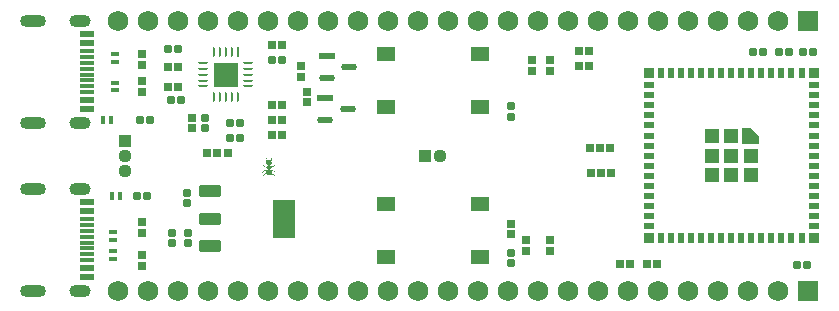
<source format=gts>
G04*
G04 #@! TF.GenerationSoftware,Altium Limited,Altium Designer,24.5.2 (23)*
G04*
G04 Layer_Color=8388736*
%FSLAX25Y25*%
%MOIN*%
G70*
G04*
G04 #@! TF.SameCoordinates,4C7D719B-D633-4967-9843-4E76C81F2032*
G04*
G04*
G04 #@! TF.FilePolarity,Negative*
G04*
G01*
G75*
%ADD25R,0.06102X0.05118*%
%ADD29R,0.04528X0.02362*%
G04:AMPARAMS|DCode=31|XSize=33.06mil|YSize=9.55mil|CornerRadius=4.77mil|HoleSize=0mil|Usage=FLASHONLY|Rotation=270.000|XOffset=0mil|YOffset=0mil|HoleType=Round|Shape=RoundedRectangle|*
%AMROUNDEDRECTD31*
21,1,0.03306,0.00000,0,0,270.0*
21,1,0.02351,0.00955,0,0,270.0*
1,1,0.00955,0.00000,-0.01176*
1,1,0.00955,0.00000,0.01176*
1,1,0.00955,0.00000,0.01176*
1,1,0.00955,0.00000,-0.01176*
%
%ADD31ROUNDEDRECTD31*%
G04:AMPARAMS|DCode=34|XSize=9.55mil|YSize=33.06mil|CornerRadius=4.77mil|HoleSize=0mil|Usage=FLASHONLY|Rotation=270.000|XOffset=0mil|YOffset=0mil|HoleType=Round|Shape=RoundedRectangle|*
%AMROUNDEDRECTD34*
21,1,0.00955,0.02351,0,0,270.0*
21,1,0.00000,0.03306,0,0,270.0*
1,1,0.00955,-0.01176,0.00000*
1,1,0.00955,-0.01176,0.00000*
1,1,0.00955,0.01176,0.00000*
1,1,0.00955,0.01176,0.00000*
%
%ADD34ROUNDEDRECTD34*%
%ADD35R,0.04528X0.01181*%
%ADD36R,0.00955X0.03306*%
%ADD37R,0.05343X0.02253*%
G04:AMPARAMS|DCode=38|XSize=53.43mil|YSize=22.53mil|CornerRadius=11.26mil|HoleSize=0mil|Usage=FLASHONLY|Rotation=0.000|XOffset=0mil|YOffset=0mil|HoleType=Round|Shape=RoundedRectangle|*
%AMROUNDEDRECTD38*
21,1,0.05343,0.00000,0,0,0.0*
21,1,0.03091,0.02253,0,0,0.0*
1,1,0.02253,0.01545,0.00000*
1,1,0.02253,-0.01545,0.00000*
1,1,0.02253,-0.01545,0.00000*
1,1,0.02253,0.01545,0.00000*
%
%ADD38ROUNDEDRECTD38*%
G04:AMPARAMS|DCode=39|XSize=27.62mil|YSize=25.26mil|CornerRadius=7.63mil|HoleSize=0mil|Usage=FLASHONLY|Rotation=270.000|XOffset=0mil|YOffset=0mil|HoleType=Round|Shape=RoundedRectangle|*
%AMROUNDEDRECTD39*
21,1,0.02762,0.00999,0,0,270.0*
21,1,0.01235,0.02526,0,0,270.0*
1,1,0.01527,-0.00500,-0.00618*
1,1,0.01527,-0.00500,0.00618*
1,1,0.01527,0.00500,0.00618*
1,1,0.01527,0.00500,-0.00618*
%
%ADD39ROUNDEDRECTD39*%
%ADD40R,0.02526X0.02762*%
%ADD41R,0.03550X0.03550*%
%ADD42R,0.01975X0.03550*%
%ADD43R,0.03550X0.01975*%
%ADD44R,0.05124X0.05124*%
G04:AMPARAMS|DCode=45|XSize=27.62mil|YSize=25.26mil|CornerRadius=7.63mil|HoleSize=0mil|Usage=FLASHONLY|Rotation=180.000|XOffset=0mil|YOffset=0mil|HoleType=Round|Shape=RoundedRectangle|*
%AMROUNDEDRECTD45*
21,1,0.02762,0.00999,0,0,180.0*
21,1,0.01235,0.02526,0,0,180.0*
1,1,0.01527,-0.00618,0.00500*
1,1,0.01527,0.00618,0.00500*
1,1,0.01527,0.00618,-0.00500*
1,1,0.01527,-0.00618,-0.00500*
%
%ADD45ROUNDEDRECTD45*%
%ADD46R,0.02762X0.02526*%
%ADD47R,0.01778X0.02762*%
%ADD48R,0.02762X0.01778*%
%ADD49R,0.03156X0.02762*%
%ADD50R,0.08071X0.08071*%
G04:AMPARAMS|DCode=51|XSize=39.43mil|YSize=72.9mil|CornerRadius=3.95mil|HoleSize=0mil|Usage=FLASHONLY|Rotation=90.000|XOffset=0mil|YOffset=0mil|HoleType=Round|Shape=RoundedRectangle|*
%AMROUNDEDRECTD51*
21,1,0.03943,0.06500,0,0,90.0*
21,1,0.03154,0.07290,0,0,90.0*
1,1,0.00790,0.03250,0.01577*
1,1,0.00790,0.03250,-0.01577*
1,1,0.00790,-0.03250,-0.01577*
1,1,0.00790,-0.03250,0.01577*
%
%ADD51ROUNDEDRECTD51*%
G04:AMPARAMS|DCode=52|XSize=129.98mil|YSize=72.9mil|CornerRadius=4.07mil|HoleSize=0mil|Usage=FLASHONLY|Rotation=90.000|XOffset=0mil|YOffset=0mil|HoleType=Round|Shape=RoundedRectangle|*
%AMROUNDEDRECTD52*
21,1,0.12998,0.06476,0,0,90.0*
21,1,0.12185,0.07290,0,0,90.0*
1,1,0.00813,0.03238,0.06093*
1,1,0.00813,0.03238,-0.06093*
1,1,0.00813,-0.03238,-0.06093*
1,1,0.00813,-0.03238,0.06093*
%
%ADD52ROUNDEDRECTD52*%
G04:AMPARAMS|DCode=53|XSize=39.37mil|YSize=86.61mil|CornerRadius=19.68mil|HoleSize=0mil|Usage=FLASHONLY|Rotation=270.000|XOffset=0mil|YOffset=0mil|HoleType=Round|Shape=RoundedRectangle|*
%AMROUNDEDRECTD53*
21,1,0.03937,0.04724,0,0,270.0*
21,1,0.00000,0.08661,0,0,270.0*
1,1,0.03937,-0.02362,0.00000*
1,1,0.03937,-0.02362,0.00000*
1,1,0.03937,0.02362,0.00000*
1,1,0.03937,0.02362,0.00000*
%
%ADD53ROUNDEDRECTD53*%
G04:AMPARAMS|DCode=54|XSize=39.37mil|YSize=70.87mil|CornerRadius=19.68mil|HoleSize=0mil|Usage=FLASHONLY|Rotation=270.000|XOffset=0mil|YOffset=0mil|HoleType=Round|Shape=RoundedRectangle|*
%AMROUNDEDRECTD54*
21,1,0.03937,0.03150,0,0,270.0*
21,1,0.00000,0.07087,0,0,270.0*
1,1,0.03937,-0.01575,0.00000*
1,1,0.03937,-0.01575,0.00000*
1,1,0.03937,0.01575,0.00000*
1,1,0.03937,0.01575,0.00000*
%
%ADD54ROUNDEDRECTD54*%
%ADD55R,0.06800X0.06800*%
%ADD56C,0.06800*%
%ADD57R,0.04400X0.04400*%
%ADD58C,0.04400*%
%ADD59R,0.04400X0.04400*%
G36*
X84530Y45012D02*
X84538Y45019D01*
X84550Y45041D01*
X84556Y45047D01*
X84559Y45053D01*
X84568Y45062D01*
X84577Y45077D01*
X84583Y45083D01*
X84586Y45089D01*
X84596Y45099D01*
X84599Y45105D01*
X84614Y45120D01*
X84617Y45126D01*
X84641Y45151D01*
X84644Y45157D01*
X84655Y45164D01*
X84672Y45181D01*
X84675Y45187D01*
X84686Y45195D01*
X84710Y45219D01*
X84716Y45222D01*
X84725Y45231D01*
X84731Y45234D01*
X84744Y45247D01*
X84750Y45250D01*
X84762Y45262D01*
X84777Y45271D01*
X84783Y45277D01*
X84799Y45286D01*
X84805Y45292D01*
X84820Y45302D01*
X84841Y45314D01*
X84847Y45320D01*
X84863Y45329D01*
X84933Y45366D01*
X84934Y45373D01*
X84927Y45381D01*
X84921Y45384D01*
X84914Y45390D01*
X84908Y45393D01*
X84892Y45407D01*
X84881Y45415D01*
X84872Y45424D01*
X84866Y45427D01*
X84791Y45502D01*
X84788Y45508D01*
X84776Y45520D01*
X84773Y45526D01*
X84767Y45532D01*
X84763Y45538D01*
X84750Y45555D01*
X84737Y45573D01*
X84733Y45578D01*
X84708Y45621D01*
X84702Y45627D01*
X84699Y45639D01*
X84690Y45648D01*
X84681Y45672D01*
X84675Y45678D01*
X84672Y45691D01*
X84657Y45724D01*
X84654Y45737D01*
X84644Y45758D01*
X84641Y45770D01*
X84634Y45790D01*
X84629Y45807D01*
X84622Y45839D01*
X84617Y45856D01*
X84614Y45868D01*
X84609Y45909D01*
X84606Y45927D01*
X84603Y45943D01*
X84600Y45982D01*
X84592Y45993D01*
X84553Y45996D01*
X84513Y46002D01*
X84498Y46005D01*
X84440Y46014D01*
X84416Y46020D01*
X84360Y46029D01*
X84335Y46037D01*
X84306Y46042D01*
X84290Y46048D01*
X84278Y46051D01*
X84263Y46054D01*
X84238Y46063D01*
X84226Y46066D01*
X84208Y46069D01*
X84193Y46075D01*
X84179Y46080D01*
X84167Y46083D01*
X84139Y46095D01*
X84119Y46100D01*
X84093Y46110D01*
X84077Y46115D01*
X84072Y46119D01*
X84057Y46126D01*
X84045Y46129D01*
X84029Y46138D01*
X84017Y46141D01*
X83984Y46156D01*
X83978Y46159D01*
X83962Y46168D01*
X83942Y46176D01*
X83938Y46181D01*
X83918Y46188D01*
X83895Y46202D01*
X83862Y46220D01*
X83834Y46235D01*
X83828Y46242D01*
X83816Y46245D01*
X83794Y46260D01*
X83788Y46263D01*
X83782Y46269D01*
X83761Y46281D01*
X83755Y46287D01*
X83739Y46297D01*
X83718Y46312D01*
X83701Y46325D01*
X83677Y46341D01*
X83672Y46345D01*
X83666Y46348D01*
X83654Y46361D01*
X83648Y46364D01*
X83639Y46373D01*
X83633Y46376D01*
X83620Y46388D01*
X83614Y46391D01*
X83602Y46403D01*
X83596Y46406D01*
X83584Y46419D01*
X83578Y46422D01*
X83550Y46449D01*
X83544Y46452D01*
X83536Y46463D01*
X83530Y46466D01*
X83527Y46472D01*
X83523Y46477D01*
X83517Y46480D01*
X83482Y46515D01*
X83480Y46519D01*
X83474Y46522D01*
X83469Y46527D01*
X83466Y46533D01*
X83462Y46538D01*
X83457Y46539D01*
X83454Y46545D01*
X83427Y46573D01*
X83424Y46579D01*
X83408Y46594D01*
X83405Y46600D01*
X83396Y46609D01*
X83393Y46615D01*
X83381Y46628D01*
X83378Y46634D01*
X83369Y46643D01*
X83366Y46649D01*
X83353Y46661D01*
X83350Y46667D01*
X83341Y46676D01*
X83332Y46692D01*
X83326Y46698D01*
X83317Y46713D01*
X83311Y46719D01*
X83308Y46725D01*
X83298Y46734D01*
X83286Y46756D01*
X83280Y46762D01*
X83271Y46777D01*
X83259Y46799D01*
X83253Y46805D01*
X83244Y46820D01*
X83231Y46841D01*
X83222Y46850D01*
X83218Y46867D01*
X83213Y46872D01*
X83207Y46893D01*
X83205Y46925D01*
X83208Y46956D01*
X83228Y46991D01*
X83234Y46997D01*
X83237Y47003D01*
X83257Y47023D01*
X83263Y47026D01*
X83269Y47032D01*
X83309Y47050D01*
X83333Y47054D01*
X83343Y47056D01*
X83379Y47054D01*
X83389Y47050D01*
X83407Y47047D01*
X83416Y47038D01*
X83437Y47026D01*
X83454Y47009D01*
X83457Y47003D01*
X83488Y46960D01*
X83491Y46954D01*
X83497Y46948D01*
X83521Y46905D01*
X83530Y46896D01*
X83533Y46890D01*
X83543Y46881D01*
X83552Y46866D01*
X83558Y46860D01*
X83567Y46844D01*
X83573Y46838D01*
X83576Y46832D01*
X83585Y46823D01*
X83588Y46817D01*
X83601Y46805D01*
X83604Y46799D01*
X83613Y46790D01*
X83616Y46783D01*
X83630Y46767D01*
X83649Y46747D01*
X83651Y46742D01*
X83657Y46739D01*
X83665Y46728D01*
X83742Y46651D01*
X83747Y46649D01*
X83750Y46643D01*
X83755Y46638D01*
X83761Y46635D01*
X83785Y46611D01*
X83791Y46608D01*
X83801Y46599D01*
X83807Y46596D01*
X83819Y46583D01*
X83825Y46580D01*
X83842Y46567D01*
X83852Y46559D01*
X83859Y46553D01*
X83874Y46544D01*
X83880Y46538D01*
X83895Y46529D01*
X83901Y46522D01*
X83916Y46513D01*
X83938Y46501D01*
X83944Y46495D01*
X83959Y46486D01*
X83987Y46470D01*
X83993Y46464D01*
X84005Y46461D01*
X84011Y46455D01*
X84017Y46452D01*
X84039Y46440D01*
X84054Y46434D01*
X84069Y46425D01*
X84084Y46419D01*
X84142Y46391D01*
X84154Y46388D01*
X84210Y46364D01*
X84222Y46361D01*
X84238Y46356D01*
X84255Y46348D01*
X84267Y46345D01*
X84287Y46338D01*
X84301Y46333D01*
X84322Y46330D01*
X84342Y46323D01*
X84356Y46318D01*
X84391Y46310D01*
X84408Y46306D01*
X84420Y46303D01*
X84444Y46300D01*
X84454Y46297D01*
X84475Y46290D01*
X84505Y46287D01*
X84531Y46283D01*
X84544Y46280D01*
X84559Y46277D01*
X84589Y46274D01*
X84623Y46271D01*
X84637Y46269D01*
X84644Y46277D01*
X84657Y46304D01*
X84661Y46321D01*
X84666Y46325D01*
X84672Y46341D01*
X84675Y46353D01*
X84684Y46362D01*
X84687Y46374D01*
X84699Y46393D01*
X84705Y46408D01*
X84718Y46426D01*
X84721Y46432D01*
X84727Y46439D01*
X84739Y46460D01*
X84745Y46466D01*
X84754Y46481D01*
X84760Y46487D01*
X84763Y46493D01*
X84773Y46503D01*
X84776Y46509D01*
X84788Y46521D01*
X84791Y46527D01*
X84803Y46539D01*
X84806Y46545D01*
X84856Y46596D01*
X84863Y46599D01*
X84869Y46608D01*
X84884Y46617D01*
X84890Y46623D01*
X84896Y46626D01*
X84908Y46638D01*
X84922Y46646D01*
X84924Y46651D01*
X84954Y46669D01*
X84960Y46672D01*
X84966Y46678D01*
X84973Y46681D01*
X84988Y46690D01*
X84994Y46696D01*
X85011Y46701D01*
X85018Y46709D01*
X85038Y46716D01*
X85066Y46731D01*
X85062Y46741D01*
X85050Y46744D01*
X85035Y46750D01*
X85015Y46757D01*
X84982Y46773D01*
X84975Y46776D01*
X84969Y46782D01*
X84950Y46790D01*
X84927Y46803D01*
X84921Y46806D01*
X84914Y46812D01*
X84899Y46819D01*
X84893Y46825D01*
X84887Y46828D01*
X84849Y46854D01*
X84844Y46858D01*
X84834Y46863D01*
X84831Y46869D01*
X84814Y46880D01*
X84805Y46889D01*
X84799Y46892D01*
X84789Y46901D01*
X84783Y46904D01*
X84768Y46919D01*
X84762Y46922D01*
X84756Y46931D01*
X84750Y46934D01*
X84745Y46939D01*
X84744Y46944D01*
X84737Y46947D01*
X84730Y46954D01*
X84727Y46960D01*
X84718Y46966D01*
X84715Y46973D01*
X84687Y47000D01*
X84684Y47006D01*
X84675Y47015D01*
X84672Y47021D01*
X84658Y47038D01*
X84650Y47049D01*
X84644Y47055D01*
X84641Y47061D01*
X84626Y47082D01*
X84623Y47089D01*
X84614Y47098D01*
X84611Y47110D01*
X84602Y47119D01*
X84589Y47140D01*
X84574Y47168D01*
X84568Y47183D01*
X84565Y47189D01*
X84556Y47205D01*
X84548Y47224D01*
X84544Y47229D01*
X84539Y47246D01*
X84533Y47261D01*
X84528Y47266D01*
X84524Y47285D01*
X84518Y47301D01*
X84510Y47321D01*
X84507Y47342D01*
X84498Y47363D01*
X84495Y47385D01*
X84490Y47401D01*
X84484Y47426D01*
X84481Y47450D01*
X84478Y47478D01*
X84475Y47496D01*
X84470Y47537D01*
X84467Y47604D01*
X84470Y47653D01*
X84475Y47691D01*
X84480Y47733D01*
X84483Y47745D01*
X84486Y47775D01*
X84492Y47791D01*
X84495Y47812D01*
X84498Y47824D01*
X84510Y47864D01*
X84513Y47876D01*
X84522Y47897D01*
X84525Y47910D01*
X84533Y47929D01*
X84538Y47934D01*
X84542Y47954D01*
X84553Y47974D01*
X84561Y47993D01*
X84565Y47998D01*
X84573Y48018D01*
X84577Y48022D01*
X84579Y48033D01*
X84571Y48044D01*
X84561Y48052D01*
X84551Y48061D01*
X84545Y48064D01*
X84503Y48106D01*
X84498Y48108D01*
X84495Y48114D01*
X84467Y48142D01*
X84464Y48148D01*
X84455Y48157D01*
X84452Y48163D01*
X84438Y48180D01*
X84431Y48190D01*
X84425Y48197D01*
X84416Y48212D01*
X84403Y48233D01*
X84394Y48242D01*
X84388Y48257D01*
X84382Y48264D01*
X84348Y48334D01*
X84336Y48361D01*
X84329Y48381D01*
X84321Y48398D01*
X84316Y48415D01*
X84309Y48432D01*
X84306Y48444D01*
X84303Y48462D01*
X84293Y48483D01*
X84290Y48505D01*
X84281Y48538D01*
X84278Y48551D01*
X84274Y48598D01*
X84269Y48639D01*
X84266Y48651D01*
X84269Y48749D01*
X84272Y48758D01*
X84277Y48802D01*
X84283Y48836D01*
X84290Y48856D01*
X84293Y48880D01*
X84306Y48908D01*
X84310Y48924D01*
X84315Y48929D01*
X84321Y48944D01*
X84324Y48956D01*
X84330Y48963D01*
X84336Y48978D01*
X84339Y48984D01*
X84345Y48990D01*
X84360Y49018D01*
X84391Y49060D01*
X84405Y49077D01*
X84422Y49094D01*
X84425Y49100D01*
X84435Y49108D01*
X84441Y49117D01*
X84447Y49120D01*
X84469Y49141D01*
X84509Y49159D01*
X84557Y49163D01*
X84586Y49158D01*
X84602Y49152D01*
X84606Y49147D01*
X84622Y49141D01*
X84631Y49132D01*
X84637Y49129D01*
X84669Y49097D01*
X84687Y49057D01*
X84690Y49018D01*
X84687Y48981D01*
X84672Y48956D01*
X84669Y48950D01*
X84660Y48941D01*
X84657Y48935D01*
X84626Y48905D01*
X84623Y48899D01*
X84611Y48886D01*
X84608Y48880D01*
X84599Y48871D01*
X84589Y48856D01*
X84568Y48810D01*
X84561Y48790D01*
X84556Y48776D01*
X84551Y48747D01*
X84548Y48732D01*
X84545Y48698D01*
X84544Y48660D01*
X84547Y48651D01*
X84559Y48569D01*
X84565Y48554D01*
X84568Y48541D01*
X84573Y48525D01*
X84577Y48514D01*
X84583Y48499D01*
X84588Y48482D01*
X84596Y48468D01*
X84605Y48444D01*
X84623Y48410D01*
X84635Y48389D01*
X84650Y48367D01*
X84670Y48338D01*
X84675Y48334D01*
X84678Y48328D01*
X84687Y48319D01*
X84690Y48313D01*
X84695Y48308D01*
X84701Y48305D01*
X84713Y48293D01*
X84719Y48290D01*
X84728Y48280D01*
X84739Y48276D01*
X84742Y48270D01*
X84747Y48265D01*
X84757Y48264D01*
X84773Y48270D01*
X84776Y48276D01*
X84786Y48283D01*
X84795Y48293D01*
X84802Y48296D01*
X84814Y48308D01*
X84820Y48311D01*
X84832Y48323D01*
X84847Y48332D01*
X84854Y48338D01*
X84869Y48348D01*
X84875Y48354D01*
X84884Y48357D01*
X84893Y48366D01*
X84936Y48390D01*
X84963Y48406D01*
X85009Y48427D01*
X85043Y48442D01*
X85055Y48445D01*
X85061Y48451D01*
X85081Y48456D01*
X85093Y48459D01*
X85104Y48463D01*
X85119Y48470D01*
X85142Y48474D01*
X85162Y48482D01*
X85191Y48486D01*
X85206Y48489D01*
X85223Y48494D01*
X85235Y48497D01*
X85317Y48503D01*
X85330Y48506D01*
X85406Y48509D01*
X85415Y48506D01*
X85479Y48503D01*
X85488Y48500D01*
X85537Y48497D01*
X85546Y48494D01*
X85563Y48489D01*
X85575Y48486D01*
X85609Y48480D01*
X85635Y48473D01*
X85659Y48467D01*
X85681Y48457D01*
X85705Y48451D01*
X85711Y48445D01*
X85723Y48442D01*
X85743Y48434D01*
X85748Y48430D01*
X85777Y48419D01*
X85781Y48415D01*
X85801Y48407D01*
X85806Y48403D01*
X85858Y48375D01*
X85864Y48369D01*
X85873Y48366D01*
X85879Y48360D01*
X85885Y48357D01*
X85949Y48311D01*
X85964Y48296D01*
X85970Y48293D01*
X85983Y48280D01*
X85989Y48277D01*
X86001Y48265D01*
X86026Y48268D01*
X86033Y48276D01*
X86035Y48280D01*
X86041Y48283D01*
X86053Y48296D01*
X86059Y48299D01*
X86071Y48311D01*
X86077Y48314D01*
X86083Y48323D01*
X86089Y48326D01*
X86100Y48343D01*
X86106Y48349D01*
X86115Y48364D01*
X86128Y48386D01*
X86134Y48392D01*
X86141Y48412D01*
X86149Y48419D01*
X86157Y48439D01*
X86164Y48453D01*
X86172Y48473D01*
X86177Y48477D01*
X86183Y48502D01*
X86195Y48529D01*
X86199Y48555D01*
X86206Y48570D01*
X86209Y48586D01*
X86212Y48613D01*
X86215Y48631D01*
X86218Y48659D01*
X86219Y48718D01*
X86216Y48728D01*
X86213Y48758D01*
X86210Y48767D01*
X86207Y48792D01*
X86195Y48819D01*
X86173Y48859D01*
X86158Y48880D01*
X86145Y48897D01*
X86140Y48902D01*
X86137Y48908D01*
X86106Y48938D01*
X86103Y48944D01*
X86094Y48953D01*
X86088Y48969D01*
X86082Y48975D01*
X86079Y48987D01*
X86076Y49018D01*
X86079Y49060D01*
X86091Y49082D01*
X86100Y49097D01*
X86114Y49114D01*
X86132Y49132D01*
X86138Y49135D01*
X86147Y49144D01*
X86160Y49147D01*
X86166Y49153D01*
X86187Y49159D01*
X86218Y49163D01*
X86260Y49159D01*
X86300Y49138D01*
X86309Y49129D01*
X86315Y49126D01*
X86332Y49109D01*
X86334Y49104D01*
X86340Y49101D01*
X86353Y49088D01*
X86357Y49082D01*
X86372Y49066D01*
X86375Y49060D01*
X86384Y49051D01*
X86387Y49045D01*
X86402Y49024D01*
X86405Y49018D01*
X86411Y49011D01*
X86424Y48990D01*
X86445Y48944D01*
X86460Y48911D01*
X86468Y48891D01*
X86473Y48874D01*
X86476Y48862D01*
X86485Y48831D01*
X86488Y48819D01*
X86492Y48781D01*
X86496Y48766D01*
X86500Y48724D01*
X86497Y48608D01*
X86494Y48599D01*
X86488Y48548D01*
X86483Y48528D01*
X86476Y48502D01*
X86473Y48480D01*
X86465Y48461D01*
X86460Y48444D01*
X86457Y48432D01*
X86445Y48404D01*
X86440Y48387D01*
X86433Y48373D01*
X86430Y48361D01*
X86415Y48328D01*
X86390Y48282D01*
X86375Y48254D01*
X86363Y48233D01*
X86357Y48227D01*
X86353Y48218D01*
X86344Y48209D01*
X86335Y48193D01*
X86329Y48187D01*
X86320Y48172D01*
X86314Y48166D01*
X86311Y48160D01*
X86299Y48148D01*
X86296Y48142D01*
X86283Y48129D01*
X86280Y48123D01*
X86276Y48119D01*
X86271Y48117D01*
X86268Y48111D01*
X86233Y48076D01*
X86227Y48073D01*
X86206Y48052D01*
X86199Y48048D01*
X86189Y48038D01*
X86192Y48019D01*
X86204Y47998D01*
X86210Y47983D01*
X86225Y47949D01*
X86228Y47937D01*
X86234Y47931D01*
X86241Y47910D01*
X86244Y47897D01*
X86253Y47876D01*
X86257Y47856D01*
X86265Y47839D01*
X86268Y47818D01*
X86274Y47794D01*
X86280Y47772D01*
X86283Y47760D01*
X86286Y47720D01*
X86290Y47711D01*
X86296Y47659D01*
X86299Y47574D01*
X86296Y47516D01*
X86292Y47495D01*
X86290Y47482D01*
X86283Y47430D01*
X86276Y47398D01*
X86271Y47382D01*
X86268Y47360D01*
X86260Y47340D01*
X86256Y47324D01*
X86253Y47311D01*
X86245Y47291D01*
X86241Y47278D01*
X86233Y47258D01*
X86225Y47241D01*
X86222Y47229D01*
X86213Y47214D01*
X86206Y47194D01*
X86201Y47189D01*
X86195Y47174D01*
X86186Y47159D01*
X86170Y47131D01*
X86158Y47110D01*
X86152Y47104D01*
X86149Y47095D01*
X86140Y47085D01*
X86128Y47064D01*
X86122Y47058D01*
X86119Y47052D01*
X86109Y47043D01*
X86100Y47028D01*
X86094Y47021D01*
X86091Y47015D01*
X86079Y47003D01*
X86076Y46997D01*
X86061Y46982D01*
X86059Y46977D01*
X86053Y46974D01*
X86048Y46970D01*
X86045Y46963D01*
X86041Y46959D01*
X86036Y46957D01*
X86033Y46951D01*
X86013Y46931D01*
X86007Y46928D01*
X86003Y46924D01*
X86001Y46919D01*
X85995Y46916D01*
X85980Y46901D01*
X85974Y46898D01*
X85961Y46886D01*
X85955Y46883D01*
X85946Y46873D01*
X85931Y46864D01*
X85925Y46858D01*
X85919Y46855D01*
X85909Y46846D01*
X85894Y46837D01*
X85865Y46817D01*
X85847Y46808D01*
X85842Y46803D01*
X85790Y46776D01*
X85775Y46770D01*
X85742Y46754D01*
X85720Y46745D01*
X85700Y46738D01*
X85703Y46728D01*
X85719Y46722D01*
X85755Y46704D01*
X85760Y46699D01*
X85775Y46693D01*
X85781Y46687D01*
X85803Y46675D01*
X85809Y46669D01*
X85818Y46666D01*
X85839Y46651D01*
X85845Y46648D01*
X85855Y46638D01*
X85861Y46635D01*
X85870Y46626D01*
X85876Y46623D01*
X85883Y46619D01*
X85885Y46614D01*
X85891Y46611D01*
X85902Y46603D01*
X85905Y46597D01*
X85916Y46590D01*
X85922Y46580D01*
X85928Y46577D01*
X85963Y46542D01*
X85966Y46536D01*
X85978Y46524D01*
X85981Y46518D01*
X85993Y46506D01*
X85997Y46499D01*
X86006Y46490D01*
X86009Y46484D01*
X86018Y46475D01*
X86027Y46460D01*
X86039Y46439D01*
X86048Y46429D01*
X86058Y46414D01*
X86088Y46356D01*
X86094Y46341D01*
X86106Y46313D01*
X86114Y46294D01*
X86129Y46269D01*
X86207Y46277D01*
X86222Y46280D01*
X86234Y46283D01*
X86250Y46286D01*
X86280Y46289D01*
X86299Y46292D01*
X86315Y46297D01*
X86328Y46300D01*
X86349Y46303D01*
X86383Y46312D01*
X86395Y46315D01*
X86430Y46323D01*
X86447Y46330D01*
X86471Y46333D01*
X86498Y46345D01*
X86521Y46350D01*
X86526Y46354D01*
X86547Y46361D01*
X86567Y46368D01*
X86584Y46376D01*
X86599Y46379D01*
X86615Y46388D01*
X86627Y46391D01*
X86660Y46406D01*
X86666Y46409D01*
X86682Y46419D01*
X86694Y46422D01*
X86700Y46428D01*
X86715Y46434D01*
X86730Y46443D01*
X86782Y46470D01*
X86788Y46477D01*
X86801Y46480D01*
X86810Y46489D01*
X86831Y46501D01*
X86837Y46507D01*
X86847Y46510D01*
X86853Y46516D01*
X86859Y46519D01*
X86880Y46535D01*
X86909Y46554D01*
X86920Y46565D01*
X86935Y46574D01*
X86941Y46580D01*
X86947Y46583D01*
X86959Y46596D01*
X86966Y46599D01*
X86978Y46611D01*
X86984Y46614D01*
X86996Y46626D01*
X87002Y46629D01*
X87005Y46635D01*
X87011Y46638D01*
X87042Y46669D01*
X87046Y46670D01*
X87049Y46676D01*
X87054Y46681D01*
X87060Y46684D01*
X87089Y46713D01*
X87092Y46719D01*
X87120Y46747D01*
X87123Y46753D01*
X87127Y46757D01*
X87132Y46759D01*
X87135Y46765D01*
X87147Y46777D01*
X87150Y46783D01*
X87162Y46796D01*
X87165Y46802D01*
X87175Y46811D01*
X87178Y46817D01*
X87190Y46829D01*
X87193Y46835D01*
X87214Y46863D01*
X87260Y46927D01*
X87272Y46948D01*
X87278Y46954D01*
X87287Y46970D01*
X87300Y46991D01*
X87309Y47000D01*
X87312Y47006D01*
X87341Y47035D01*
X87375Y47050D01*
X87397Y47055D01*
X87426Y47056D01*
X87436Y47054D01*
X87457Y47050D01*
X87477Y47043D01*
X87481Y47038D01*
X87503Y47026D01*
X87519Y47012D01*
X87532Y47000D01*
X87535Y46994D01*
X87544Y46985D01*
X87556Y46957D01*
X87559Y46945D01*
X87561Y46916D01*
X87558Y46886D01*
X87555Y46873D01*
X87547Y46866D01*
X87544Y46854D01*
X87541Y46847D01*
X87535Y46841D01*
X87532Y46835D01*
X87523Y46820D01*
X87516Y46814D01*
X87492Y46771D01*
X87486Y46765D01*
X87477Y46750D01*
X87471Y46744D01*
X87462Y46728D01*
X87455Y46722D01*
X87452Y46716D01*
X87443Y46707D01*
X87434Y46692D01*
X87428Y46686D01*
X87419Y46670D01*
X87413Y46664D01*
X87410Y46658D01*
X87397Y46646D01*
X87394Y46640D01*
X87385Y46631D01*
X87382Y46625D01*
X87373Y46615D01*
X87370Y46609D01*
X87364Y46603D01*
X87361Y46597D01*
X87352Y46588D01*
X87349Y46582D01*
X87339Y46576D01*
X87336Y46570D01*
X87309Y46542D01*
X87306Y46536D01*
X87297Y46530D01*
X87294Y46524D01*
X87231Y46461D01*
X87225Y46458D01*
X87219Y46449D01*
X87213Y46446D01*
X87185Y46419D01*
X87179Y46416D01*
X87167Y46403D01*
X87161Y46400D01*
X87139Y46379D01*
X87133Y46376D01*
X87117Y46362D01*
X87112Y46358D01*
X87106Y46354D01*
X87097Y46345D01*
X87091Y46342D01*
X87085Y46336D01*
X87078Y46333D01*
X87062Y46319D01*
X87045Y46309D01*
X87039Y46303D01*
X87024Y46294D01*
X87002Y46281D01*
X86993Y46272D01*
X86984Y46269D01*
X86975Y46260D01*
X86911Y46223D01*
X86905Y46217D01*
X86885Y46210D01*
X86877Y46202D01*
X86857Y46194D01*
X86843Y46187D01*
X86804Y46168D01*
X86798Y46165D01*
X86791Y46159D01*
X86762Y46148D01*
X86758Y46144D01*
X86746Y46141D01*
X86730Y46135D01*
X86709Y46126D01*
X86682Y46113D01*
X86669Y46110D01*
X86642Y46098D01*
X86622Y46094D01*
X86608Y46086D01*
X86596Y46083D01*
X86579Y46078D01*
X86560Y46071D01*
X86547Y46068D01*
X86531Y46063D01*
X86515Y46057D01*
X86503Y46054D01*
X86485Y46051D01*
X86450Y46040D01*
X86428Y46037D01*
X86411Y46033D01*
X86386Y46025D01*
X86341Y46017D01*
X86329Y46014D01*
X86314Y46011D01*
X86286Y46008D01*
X86250Y46002D01*
X86234Y45999D01*
X86193Y45994D01*
X86172Y45991D01*
X86167Y45987D01*
X86164Y45965D01*
X86161Y45917D01*
X86158Y45907D01*
X86155Y45886D01*
X86152Y45874D01*
X86149Y45843D01*
X86143Y45828D01*
X86137Y45804D01*
X86134Y45785D01*
X86125Y45764D01*
X86122Y45752D01*
X86109Y45724D01*
X86102Y45704D01*
X86094Y45688D01*
X86088Y45672D01*
X86082Y45666D01*
X86073Y45642D01*
X86067Y45636D01*
X86061Y45621D01*
X86054Y45614D01*
X86051Y45608D01*
X86033Y45578D01*
X86030Y45572D01*
X86021Y45562D01*
X86018Y45556D01*
X86009Y45547D01*
X86000Y45532D01*
X85993Y45526D01*
X85990Y45520D01*
X85975Y45505D01*
X85972Y45498D01*
X85948Y45474D01*
X85945Y45468D01*
X85934Y45460D01*
X85928Y45451D01*
X85922Y45448D01*
X85917Y45443D01*
X85916Y45439D01*
X85909Y45436D01*
X85894Y45421D01*
X85888Y45417D01*
X85885Y45412D01*
X85879Y45408D01*
X85871Y45404D01*
X85868Y45398D01*
X85850Y45386D01*
X85845Y45381D01*
X85836Y45378D01*
X85832Y45373D01*
X85835Y45367D01*
X85839Y45363D01*
X85848Y45360D01*
X85864Y45350D01*
X85903Y45329D01*
X85919Y45320D01*
X85925Y45317D01*
X85931Y45311D01*
X85937Y45308D01*
X85952Y45298D01*
X85958Y45292D01*
X85974Y45283D01*
X86033Y45239D01*
X86041Y45231D01*
X86047Y45228D01*
X86071Y45204D01*
X86077Y45201D01*
X86083Y45192D01*
X86089Y45189D01*
X86137Y45141D01*
X86140Y45135D01*
X86167Y45108D01*
X86170Y45102D01*
X86180Y45092D01*
X86183Y45086D01*
X86204Y45059D01*
X86210Y45053D01*
X86219Y45038D01*
X86225Y45031D01*
X86228Y45022D01*
X86238Y45013D01*
X86250Y44992D01*
X86257Y44984D01*
X86276Y44987D01*
X86285Y44996D01*
X86302Y45001D01*
X86334Y45015D01*
X86346Y45018D01*
X86352Y45024D01*
X86364Y45027D01*
X86381Y45031D01*
X86398Y45039D01*
X86410Y45042D01*
X86428Y45045D01*
X86450Y45054D01*
X86479Y45059D01*
X86515Y45068D01*
X86540Y45071D01*
X86576Y45074D01*
X86604Y45077D01*
X86694Y45079D01*
X86703Y45076D01*
X86761Y45073D01*
X86782Y45070D01*
X86802Y45065D01*
X86819Y45061D01*
X86831Y45057D01*
X86859Y45054D01*
X86880Y45045D01*
X86892Y45042D01*
X86912Y45038D01*
X86929Y45030D01*
X86949Y45025D01*
X86969Y45015D01*
X86981Y45012D01*
X87008Y44999D01*
X87024Y44993D01*
X87030Y44987D01*
X87049Y44980D01*
X87069Y44969D01*
X87085Y44960D01*
X87112Y44945D01*
X87133Y44932D01*
X87139Y44926D01*
X87161Y44914D01*
X87199Y44888D01*
X87204Y44883D01*
X87219Y44874D01*
X87225Y44868D01*
X87231Y44865D01*
X87240Y44856D01*
X87246Y44853D01*
X87263Y44839D01*
X87274Y44831D01*
X87283Y44822D01*
X87289Y44819D01*
X87301Y44807D01*
X87307Y44804D01*
X87332Y44780D01*
X87338Y44777D01*
X87342Y44772D01*
X87344Y44767D01*
X87350Y44764D01*
X87443Y44671D01*
X87446Y44665D01*
X87455Y44659D01*
X87458Y44653D01*
X87486Y44625D01*
X87489Y44619D01*
X87501Y44607D01*
X87504Y44601D01*
X87525Y44580D01*
X87529Y44574D01*
X87544Y44552D01*
X87559Y44519D01*
X87564Y44484D01*
X87565Y44476D01*
X87562Y44467D01*
X87558Y44435D01*
X87555Y44423D01*
X87544Y44403D01*
X87541Y44397D01*
X87535Y44390D01*
X87532Y44384D01*
X87518Y44368D01*
X87506Y44355D01*
X87490Y44346D01*
X87484Y44340D01*
X87468Y44336D01*
X87451Y44328D01*
X87439Y44325D01*
X87396Y44328D01*
X87362Y44346D01*
X87356Y44352D01*
X87350Y44355D01*
X87327Y44378D01*
X87324Y44384D01*
X87312Y44397D01*
X87309Y44403D01*
X87297Y44415D01*
X87294Y44421D01*
X87278Y44436D01*
X87275Y44442D01*
X87254Y44464D01*
X87251Y44470D01*
X87236Y44485D01*
X87233Y44491D01*
X87220Y44503D01*
X87217Y44510D01*
X87213Y44514D01*
X87208Y44516D01*
X87205Y44522D01*
X87097Y44630D01*
X87091Y44633D01*
X87075Y44648D01*
X87069Y44651D01*
X87060Y44661D01*
X87054Y44664D01*
X87042Y44676D01*
X87036Y44679D01*
X87027Y44688D01*
X87020Y44691D01*
X86999Y44706D01*
X86993Y44710D01*
X86984Y44719D01*
X86969Y44728D01*
X86947Y44740D01*
X86941Y44746D01*
X86921Y44754D01*
X86914Y44761D01*
X86897Y44766D01*
X86892Y44771D01*
X86886Y44774D01*
X86871Y44780D01*
X86859Y44783D01*
X86853Y44789D01*
X86828Y44795D01*
X86808Y44803D01*
X86791Y44807D01*
X86770Y44810D01*
X86758Y44813D01*
X86737Y44819D01*
X86679Y44822D01*
X86611Y44819D01*
X86602Y44816D01*
X86581Y44810D01*
X86541Y44804D01*
X86520Y44795D01*
X86496Y44789D01*
X86474Y44780D01*
X86454Y44772D01*
X86450Y44767D01*
X86437Y44764D01*
X86398Y44743D01*
X86372Y44729D01*
X86375Y44690D01*
X86384Y44668D01*
X86389Y44633D01*
X86392Y44615D01*
X86395Y44603D01*
X86398Y44587D01*
X86401Y44557D01*
X86404Y44502D01*
X86405Y44390D01*
X86402Y44381D01*
X86399Y44308D01*
X86396Y44299D01*
X86392Y44279D01*
X86389Y44267D01*
X86386Y44239D01*
X86383Y44224D01*
X86372Y44189D01*
X86367Y44163D01*
X86360Y44146D01*
X86357Y44134D01*
X86352Y44117D01*
X86344Y44101D01*
X86340Y44084D01*
X86346Y44075D01*
X86375Y44070D01*
X86392Y44065D01*
X86404Y44062D01*
X86444Y44056D01*
X86465Y44047D01*
X86494Y44043D01*
X86509Y44036D01*
X86526Y44032D01*
X86546Y44027D01*
X86563Y44020D01*
X86575Y44017D01*
X86592Y44012D01*
X86608Y44004D01*
X86621Y44001D01*
X86648Y43989D01*
X86660Y43986D01*
X86666Y43983D01*
X86694Y43971D01*
X86700Y43968D01*
X86752Y43943D01*
X86791Y43922D01*
X86825Y43904D01*
X86868Y43879D01*
X86874Y43873D01*
X86895Y43861D01*
X86924Y43841D01*
X86941Y43830D01*
X87001Y43786D01*
X87005Y43782D01*
X87011Y43779D01*
X87020Y43769D01*
X87027Y43766D01*
X87039Y43754D01*
X87045Y43751D01*
X87057Y43739D01*
X87063Y43736D01*
X87078Y43721D01*
X87085Y43718D01*
X87109Y43693D01*
X87115Y43690D01*
X87123Y43679D01*
X87132Y43673D01*
X87135Y43667D01*
X87139Y43663D01*
X87144Y43661D01*
X87147Y43655D01*
X87190Y43612D01*
X87193Y43606D01*
X87205Y43594D01*
X87208Y43588D01*
X87223Y43573D01*
X87226Y43567D01*
X87239Y43554D01*
X87242Y43548D01*
X87251Y43539D01*
X87254Y43533D01*
X87263Y43524D01*
X87272Y43508D01*
X87278Y43502D01*
X87281Y43496D01*
X87291Y43487D01*
X87294Y43481D01*
X87309Y43460D01*
X87318Y43444D01*
X87324Y43438D01*
X87327Y43429D01*
X87336Y43420D01*
X87361Y43377D01*
X87376Y43350D01*
X87388Y43328D01*
X87428Y43246D01*
X87440Y43218D01*
X87443Y43179D01*
X87440Y43139D01*
X87428Y43121D01*
X87425Y43109D01*
X87413Y43096D01*
X87410Y43090D01*
X87405Y43083D01*
X87399Y43080D01*
X87384Y43064D01*
X87368Y43055D01*
X87347Y43046D01*
X87332Y43040D01*
X87319Y43037D01*
X87289Y43034D01*
X87277Y43037D01*
X87258Y43040D01*
X87252Y43046D01*
X87240Y43049D01*
X87213Y43071D01*
X87205Y43078D01*
X87202Y43084D01*
X87196Y43090D01*
X87184Y43112D01*
X87153Y43170D01*
X87138Y43197D01*
X87126Y43218D01*
X87120Y43225D01*
X87117Y43237D01*
X87107Y43246D01*
X87095Y43267D01*
X87080Y43289D01*
X87060Y43318D01*
X87053Y43328D01*
X87046Y43334D01*
X87037Y43350D01*
X87031Y43356D01*
X87022Y43371D01*
X87016Y43377D01*
X87013Y43383D01*
X86988Y43408D01*
X86985Y43414D01*
X86970Y43429D01*
X86967Y43435D01*
X86886Y43516D01*
X86880Y43519D01*
X86865Y43534D01*
X86859Y43538D01*
X86847Y43550D01*
X86840Y43553D01*
X86837Y43559D01*
X86831Y43562D01*
X86814Y43576D01*
X86798Y43586D01*
X86791Y43592D01*
X86785Y43595D01*
X86776Y43605D01*
X86755Y43617D01*
X86721Y43638D01*
X86715Y43641D01*
X86709Y43647D01*
X86689Y43655D01*
X86682Y43663D01*
X86662Y43670D01*
X86654Y43678D01*
X86637Y43682D01*
X86618Y43693D01*
X86578Y43711D01*
X86550Y43724D01*
X86534Y43728D01*
X86529Y43733D01*
X86508Y43739D01*
X86477Y43751D01*
X86453Y43757D01*
X86431Y43766D01*
X86409Y43771D01*
X86393Y43777D01*
X86376Y43782D01*
X86353Y43786D01*
X86328Y43794D01*
X86306Y43797D01*
X86286Y43802D01*
X86270Y43806D01*
X86257Y43809D01*
X86227Y43812D01*
X86207Y43817D01*
X86193Y43818D01*
X86180Y43808D01*
X86177Y43802D01*
X86164Y43789D01*
X86161Y43783D01*
X86137Y43759D01*
X86134Y43753D01*
X86125Y43747D01*
X86122Y43740D01*
X86074Y43693D01*
X86068Y43690D01*
X86044Y43666D01*
X86038Y43663D01*
X86026Y43650D01*
X86019Y43647D01*
X86010Y43638D01*
X85995Y43629D01*
X85986Y43620D01*
X85980Y43617D01*
X85974Y43611D01*
X85952Y43598D01*
X85946Y43592D01*
X85931Y43583D01*
X85909Y43571D01*
X85903Y43565D01*
X85888Y43559D01*
X85870Y43547D01*
X85861Y43544D01*
X85845Y43534D01*
X85830Y43528D01*
X85815Y43519D01*
X85803Y43516D01*
X85784Y43504D01*
X85766Y43501D01*
X85751Y43492D01*
X85726Y43486D01*
X85705Y43476D01*
X85693Y43473D01*
X85673Y43466D01*
X85656Y43461D01*
X85624Y43453D01*
X85610Y43449D01*
X85568Y43443D01*
X85543Y43437D01*
X85522Y43434D01*
X85510Y43431D01*
X85420Y43426D01*
X85345Y43424D01*
X85336Y43428D01*
X85249Y43432D01*
X85230Y43435D01*
X85215Y43438D01*
X85203Y43441D01*
X85185Y43444D01*
X85151Y43450D01*
X85125Y43458D01*
X85093Y43466D01*
X85076Y43473D01*
X85053Y43478D01*
X85027Y43489D01*
X85011Y43493D01*
X85006Y43498D01*
X84991Y43504D01*
X84975Y43507D01*
X84966Y43516D01*
X84947Y43521D01*
X84942Y43525D01*
X84936Y43528D01*
X84921Y43534D01*
X84914Y43538D01*
X84908Y43544D01*
X84888Y43551D01*
X84884Y43556D01*
X84878Y43559D01*
X84835Y43583D01*
X84829Y43589D01*
X84814Y43598D01*
X84808Y43605D01*
X84786Y43617D01*
X84769Y43631D01*
X84765Y43635D01*
X84750Y43644D01*
X84744Y43650D01*
X84737Y43653D01*
X84725Y43666D01*
X84719Y43669D01*
X84695Y43693D01*
X84689Y43696D01*
X84684Y43701D01*
X84683Y43705D01*
X84676Y43708D01*
X84641Y43744D01*
X84638Y43750D01*
X84629Y43756D01*
X84626Y43762D01*
X84602Y43786D01*
X84599Y43792D01*
X84586Y43804D01*
X84583Y43811D01*
X84576Y43818D01*
X84545Y43815D01*
X84536Y43812D01*
X84498Y43808D01*
X84472Y43800D01*
X84460Y43797D01*
X84431Y43792D01*
X84405Y43785D01*
X84393Y43782D01*
X84374Y43779D01*
X84353Y43769D01*
X84321Y43762D01*
X84304Y43754D01*
X84284Y43750D01*
X84267Y43742D01*
X84255Y43739D01*
X84240Y43733D01*
X84219Y43724D01*
X84199Y43716D01*
X84182Y43708D01*
X84173Y43705D01*
X84158Y43696D01*
X84138Y43688D01*
X84133Y43684D01*
X84113Y43676D01*
X84090Y43663D01*
X84057Y43644D01*
X84042Y43635D01*
X84035Y43632D01*
X84029Y43626D01*
X84023Y43623D01*
X83985Y43597D01*
X83967Y43585D01*
X83959Y43577D01*
X83944Y43568D01*
X83938Y43562D01*
X83932Y43559D01*
X83923Y43550D01*
X83916Y43547D01*
X83901Y43531D01*
X83895Y43528D01*
X83892Y43522D01*
X83886Y43519D01*
X83871Y43504D01*
X83865Y43501D01*
X83808Y43444D01*
X83805Y43438D01*
X83790Y43423D01*
X83788Y43418D01*
X83782Y43415D01*
X83775Y43405D01*
X83762Y43393D01*
X83759Y43386D01*
X83750Y43377D01*
X83747Y43371D01*
X83738Y43362D01*
X83735Y43356D01*
X83721Y43339D01*
X83714Y43328D01*
X83707Y43322D01*
X83698Y43307D01*
X83686Y43286D01*
X83677Y43277D01*
X83668Y43261D01*
X83656Y43240D01*
X83649Y43234D01*
X83625Y43191D01*
X83610Y43164D01*
X83591Y43130D01*
X83567Y43084D01*
X83555Y43072D01*
X83553Y43067D01*
X83547Y43064D01*
X83535Y43052D01*
X83515Y43045D01*
X83498Y43037D01*
X83465Y43034D01*
X83456Y43037D01*
X83434Y43040D01*
X83413Y43049D01*
X83398Y43058D01*
X83376Y43074D01*
X83359Y43087D01*
X83338Y43118D01*
X83326Y43145D01*
X83323Y43167D01*
X83326Y43225D01*
X83338Y43243D01*
X83341Y43258D01*
X83353Y43277D01*
X83356Y43289D01*
X83363Y43295D01*
X83369Y43310D01*
X83378Y43325D01*
X83393Y43353D01*
X83405Y43374D01*
X83420Y43402D01*
X83427Y43408D01*
X83430Y43417D01*
X83439Y43426D01*
X83451Y43447D01*
X83482Y43490D01*
X83495Y43507D01*
X83506Y43524D01*
X83512Y43530D01*
X83515Y43536D01*
X83529Y43553D01*
X83536Y43563D01*
X83558Y43585D01*
X83561Y43591D01*
X83573Y43603D01*
X83576Y43609D01*
X83607Y43640D01*
X83610Y43646D01*
X83657Y43693D01*
X83663Y43696D01*
X83688Y43721D01*
X83694Y43724D01*
X83712Y43742D01*
X83718Y43745D01*
X83727Y43754D01*
X83733Y43757D01*
X83736Y43763D01*
X83742Y43766D01*
X83753Y43774D01*
X83755Y43779D01*
X83761Y43782D01*
X83778Y43795D01*
X83794Y43806D01*
X83801Y43812D01*
X83807Y43815D01*
X83816Y43824D01*
X83831Y43834D01*
X83862Y43855D01*
X83877Y43864D01*
X83898Y43876D01*
X83904Y43882D01*
X83926Y43895D01*
X83981Y43925D01*
X84020Y43943D01*
X84035Y43953D01*
X84051Y43959D01*
X84084Y43974D01*
X84112Y43986D01*
X84124Y43989D01*
X84152Y44001D01*
X84191Y44017D01*
X84210Y44020D01*
X84231Y44029D01*
X84255Y44035D01*
X84271Y44041D01*
X84283Y44044D01*
X84315Y44052D01*
X84341Y44059D01*
X84373Y44064D01*
X84385Y44067D01*
X84402Y44072D01*
X84422Y44076D01*
X84428Y44082D01*
X84425Y44094D01*
X84422Y44104D01*
X84414Y44124D01*
X84409Y44137D01*
X84406Y44149D01*
X84399Y44169D01*
X84394Y44186D01*
X84390Y44212D01*
X84382Y44232D01*
X84379Y44262D01*
X84368Y44313D01*
X84365Y44346D01*
X84362Y44398D01*
X84360Y44494D01*
X84364Y44503D01*
X84367Y44583D01*
X84370Y44592D01*
X84376Y44616D01*
X84379Y44647D01*
X84385Y44674D01*
X84391Y44690D01*
X84394Y44711D01*
X84397Y44723D01*
X84394Y44729D01*
X84390Y44734D01*
X84374Y44743D01*
X84347Y44758D01*
X84301Y44780D01*
X84289Y44783D01*
X84283Y44789D01*
X84271Y44792D01*
X84254Y44796D01*
X84238Y44803D01*
X84222Y44807D01*
X84196Y44812D01*
X84179Y44816D01*
X84158Y44819D01*
X84109Y44822D01*
X84052Y44818D01*
X84037Y44815D01*
X84025Y44812D01*
X84010Y44809D01*
X83985Y44806D01*
X83970Y44800D01*
X83953Y44795D01*
X83929Y44789D01*
X83907Y44780D01*
X83892Y44774D01*
X83865Y44761D01*
X83859Y44758D01*
X83852Y44752D01*
X83833Y44745D01*
X83825Y44737D01*
X83805Y44729D01*
X83797Y44722D01*
X83782Y44712D01*
X83753Y44693D01*
X83735Y44681D01*
X83730Y44676D01*
X83724Y44673D01*
X83712Y44661D01*
X83706Y44658D01*
X83694Y44645D01*
X83688Y44642D01*
X83675Y44630D01*
X83669Y44627D01*
X83657Y44615D01*
X83651Y44612D01*
X83646Y44607D01*
X83645Y44603D01*
X83639Y44600D01*
X83561Y44522D01*
X83558Y44516D01*
X83543Y44500D01*
X83539Y44494D01*
X83515Y44470D01*
X83512Y44464D01*
X83497Y44449D01*
X83494Y44442D01*
X83472Y44421D01*
X83469Y44415D01*
X83457Y44403D01*
X83454Y44397D01*
X83445Y44388D01*
X83442Y44381D01*
X83436Y44375D01*
X83434Y44371D01*
X83428Y44368D01*
X83424Y44363D01*
X83420Y44357D01*
X83398Y44340D01*
X83358Y44325D01*
X83312Y44328D01*
X83272Y44349D01*
X83253Y44363D01*
X83250Y44369D01*
X83240Y44375D01*
X83237Y44381D01*
X83222Y44403D01*
X83207Y44436D01*
X83204Y44485D01*
X83207Y44522D01*
X83228Y44561D01*
X83237Y44571D01*
X83240Y44577D01*
X83250Y44586D01*
X83253Y44592D01*
X83265Y44604D01*
X83268Y44610D01*
X83283Y44625D01*
X83286Y44632D01*
X83311Y44656D01*
X83314Y44662D01*
X83323Y44668D01*
X83326Y44674D01*
X83419Y44767D01*
X83425Y44771D01*
X83428Y44777D01*
X83434Y44780D01*
X83462Y44807D01*
X83468Y44810D01*
X83480Y44822D01*
X83486Y44826D01*
X83495Y44835D01*
X83501Y44838D01*
X83511Y44847D01*
X83517Y44850D01*
X83533Y44864D01*
X83544Y44871D01*
X83550Y44877D01*
X83565Y44886D01*
X83572Y44893D01*
X83587Y44902D01*
X83593Y44908D01*
X83614Y44920D01*
X83648Y44941D01*
X83663Y44951D01*
X83684Y44963D01*
X83761Y44999D01*
X83788Y45012D01*
X83808Y45019D01*
X83825Y45027D01*
X83842Y45031D01*
X83857Y45038D01*
X83890Y45047D01*
X83906Y45053D01*
X83921Y45056D01*
X83958Y45062D01*
X83974Y45067D01*
X83987Y45070D01*
X84026Y45073D01*
X84057Y45076D01*
X84096Y45079D01*
X84182Y45076D01*
X84191Y45073D01*
X84249Y45070D01*
X84258Y45067D01*
X84280Y45061D01*
X84292Y45057D01*
X84321Y45053D01*
X84336Y45047D01*
X84353Y45042D01*
X84371Y45039D01*
X84399Y45027D01*
X84414Y45024D01*
X84441Y45012D01*
X84454Y45009D01*
X84460Y45002D01*
X84484Y44993D01*
X84499Y44984D01*
X84515Y44987D01*
X84519Y44992D01*
X84528Y45010D01*
X84530Y45012D01*
D02*
G37*
G36*
X243244Y53740D02*
Y59252D01*
X246197D01*
X248756Y56693D01*
Y53740D01*
X243244D01*
D02*
G37*
D25*
X124350Y83858D02*
D03*
X155650D02*
D03*
X124350Y33858D02*
D03*
X155650D02*
D03*
Y16142D02*
D03*
X124350D02*
D03*
X155650Y66142D02*
D03*
X124350D02*
D03*
D29*
X24764Y9409D02*
D03*
Y34606D02*
D03*
Y65394D02*
D03*
Y90591D02*
D03*
Y68543D02*
D03*
Y87441D02*
D03*
Y12559D02*
D03*
Y31457D02*
D03*
D31*
X71000Y69459D02*
D03*
Y84541D02*
D03*
X72969D02*
D03*
X69032D02*
D03*
X67063D02*
D03*
Y69459D02*
D03*
X69032D02*
D03*
X72969D02*
D03*
X74937D02*
D03*
D34*
X78541Y78969D02*
D03*
Y77000D02*
D03*
X63459Y80937D02*
D03*
Y78969D02*
D03*
Y77000D02*
D03*
Y75032D02*
D03*
Y73063D02*
D03*
X78541D02*
D03*
Y75032D02*
D03*
Y80937D02*
D03*
D35*
X24764Y84882D02*
D03*
Y82913D02*
D03*
Y80945D02*
D03*
Y78976D02*
D03*
Y77008D02*
D03*
Y75039D02*
D03*
Y73071D02*
D03*
Y71102D02*
D03*
Y28898D02*
D03*
Y26929D02*
D03*
Y24961D02*
D03*
Y22992D02*
D03*
Y21024D02*
D03*
Y19055D02*
D03*
Y17087D02*
D03*
Y15118D02*
D03*
D36*
X74937Y84541D02*
D03*
D37*
X104258Y69240D02*
D03*
X104758Y83240D02*
D03*
D38*
X104258Y61760D02*
D03*
X111742Y65500D02*
D03*
X104758Y75760D02*
D03*
X112242Y79500D02*
D03*
D39*
X42500Y62000D02*
D03*
X45886D02*
D03*
X72307Y56000D02*
D03*
X75693D02*
D03*
X258693Y84500D02*
D03*
X246807D02*
D03*
X44693Y36500D02*
D03*
X51707Y85400D02*
D03*
X52807Y68500D02*
D03*
X89693Y82000D02*
D03*
X266693Y84500D02*
D03*
X261307Y13500D02*
D03*
X75693Y61000D02*
D03*
X72307D02*
D03*
X264693Y13500D02*
D03*
X263307Y84500D02*
D03*
X86307Y82000D02*
D03*
X56193Y68500D02*
D03*
X55093Y85400D02*
D03*
X41307Y36500D02*
D03*
X250193Y84500D02*
D03*
X255307D02*
D03*
D40*
X195998Y44187D02*
D03*
X199400D02*
D03*
X195801Y52500D02*
D03*
X192399D02*
D03*
X196000Y44187D02*
D03*
X192598D02*
D03*
X89701Y62000D02*
D03*
Y57000D02*
D03*
X188799Y80000D02*
D03*
X192201D02*
D03*
X188799Y85000D02*
D03*
X192201D02*
D03*
X71601Y51000D02*
D03*
X68199D02*
D03*
X64799D02*
D03*
X68201D02*
D03*
X89701Y87000D02*
D03*
X86299D02*
D03*
X51799Y73000D02*
D03*
X55201D02*
D03*
X51799Y79400D02*
D03*
X55201D02*
D03*
X86299Y57000D02*
D03*
Y67000D02*
D03*
X89701D02*
D03*
X86299Y62000D02*
D03*
X205701Y14000D02*
D03*
X202299D02*
D03*
X214701D02*
D03*
X211299D02*
D03*
X199201Y52500D02*
D03*
X195799D02*
D03*
D41*
X267063Y77559D02*
D03*
X211945D02*
D03*
X267063Y22441D02*
D03*
X211945D02*
D03*
D42*
X262929Y77559D02*
D03*
X259583D02*
D03*
X252890Y22441D02*
D03*
X256236D02*
D03*
X262929D02*
D03*
X259583D02*
D03*
X249543D02*
D03*
X246197D02*
D03*
X242850D02*
D03*
X239504D02*
D03*
X236157D02*
D03*
X232811D02*
D03*
X229465D02*
D03*
X226118D02*
D03*
X222772D02*
D03*
X219425D02*
D03*
X216079D02*
D03*
Y77559D02*
D03*
X219425D02*
D03*
X222772D02*
D03*
X226118D02*
D03*
X229465D02*
D03*
X232811D02*
D03*
X236157D02*
D03*
X239504D02*
D03*
X242850D02*
D03*
X246197D02*
D03*
X249543D02*
D03*
X252890D02*
D03*
X256236D02*
D03*
D43*
X267063Y26575D02*
D03*
Y29921D02*
D03*
Y33268D02*
D03*
Y36614D02*
D03*
Y39961D02*
D03*
Y43307D02*
D03*
Y46654D02*
D03*
Y50000D02*
D03*
Y53347D02*
D03*
Y56693D02*
D03*
Y60039D02*
D03*
Y63386D02*
D03*
Y66732D02*
D03*
Y70079D02*
D03*
Y73425D02*
D03*
X211945Y26575D02*
D03*
Y29921D02*
D03*
Y33268D02*
D03*
Y36614D02*
D03*
Y39961D02*
D03*
Y43307D02*
D03*
Y46654D02*
D03*
Y50000D02*
D03*
Y53347D02*
D03*
Y56693D02*
D03*
Y60039D02*
D03*
Y63386D02*
D03*
Y66732D02*
D03*
Y70079D02*
D03*
Y73425D02*
D03*
D44*
X239504Y50000D02*
D03*
X246000D02*
D03*
Y43504D02*
D03*
X239504D02*
D03*
X233008D02*
D03*
Y50000D02*
D03*
Y56496D02*
D03*
X239504D02*
D03*
D45*
X166000Y63000D02*
D03*
Y14307D02*
D03*
X58000Y34307D02*
D03*
X53000Y24193D02*
D03*
X58500D02*
D03*
X64000Y59307D02*
D03*
Y62693D02*
D03*
X58500Y20807D02*
D03*
X53000D02*
D03*
X58000Y37693D02*
D03*
X166000Y17693D02*
D03*
Y66386D02*
D03*
D46*
X43000Y16701D02*
D03*
Y24299D02*
D03*
Y74701D02*
D03*
Y80299D02*
D03*
X179000Y81701D02*
D03*
Y78299D02*
D03*
Y21701D02*
D03*
Y18299D02*
D03*
X59700Y59200D02*
D03*
Y62602D02*
D03*
X43000Y83701D02*
D03*
Y71299D02*
D03*
Y27701D02*
D03*
Y13299D02*
D03*
X98000Y71201D02*
D03*
Y67799D02*
D03*
X166000Y23799D02*
D03*
Y27201D02*
D03*
X96000Y76299D02*
D03*
Y79701D02*
D03*
D47*
X33220Y36500D02*
D03*
X30220Y62000D02*
D03*
X32779D02*
D03*
X35780Y36500D02*
D03*
D48*
X33500Y24559D02*
D03*
Y15500D02*
D03*
X34000Y83780D02*
D03*
Y71720D02*
D03*
Y74279D02*
D03*
Y81221D02*
D03*
X33500Y18059D02*
D03*
Y22000D02*
D03*
D49*
X171000Y18130D02*
D03*
Y21870D02*
D03*
X173000Y78130D02*
D03*
Y81870D02*
D03*
D50*
X71000Y77000D02*
D03*
D51*
X65697Y29000D02*
D03*
Y19945D02*
D03*
Y38055D02*
D03*
D52*
X90303Y29000D02*
D03*
D53*
X6752Y39016D02*
D03*
Y5000D02*
D03*
Y95000D02*
D03*
Y60984D02*
D03*
D54*
X22500Y39016D02*
D03*
Y5000D02*
D03*
Y95000D02*
D03*
Y60984D02*
D03*
D55*
X265000Y95000D02*
D03*
Y5000D02*
D03*
D56*
X45000Y95000D02*
D03*
X255000Y5000D02*
D03*
X35000D02*
D03*
X45000D02*
D03*
X55000D02*
D03*
X65000D02*
D03*
X75000D02*
D03*
X85000D02*
D03*
X95000D02*
D03*
X105000D02*
D03*
X115000D02*
D03*
X125000D02*
D03*
X135000D02*
D03*
X145000D02*
D03*
X155000D02*
D03*
X165000D02*
D03*
X175000D02*
D03*
X185000D02*
D03*
X195000D02*
D03*
X205000D02*
D03*
X215000D02*
D03*
X225000D02*
D03*
X235000D02*
D03*
X245000D02*
D03*
X35000Y95000D02*
D03*
X55000D02*
D03*
X65000D02*
D03*
X75000D02*
D03*
X85000D02*
D03*
X95000D02*
D03*
X105000D02*
D03*
X115000D02*
D03*
X125000D02*
D03*
X135000D02*
D03*
X145000D02*
D03*
X155000D02*
D03*
X165000D02*
D03*
X175000D02*
D03*
X185000D02*
D03*
X195000D02*
D03*
X205000D02*
D03*
X215000D02*
D03*
X225000D02*
D03*
X235000D02*
D03*
X245000D02*
D03*
X255000D02*
D03*
D57*
X137500Y50000D02*
D03*
D58*
X142500D02*
D03*
X37500D02*
D03*
Y45000D02*
D03*
D59*
Y55000D02*
D03*
M02*

</source>
